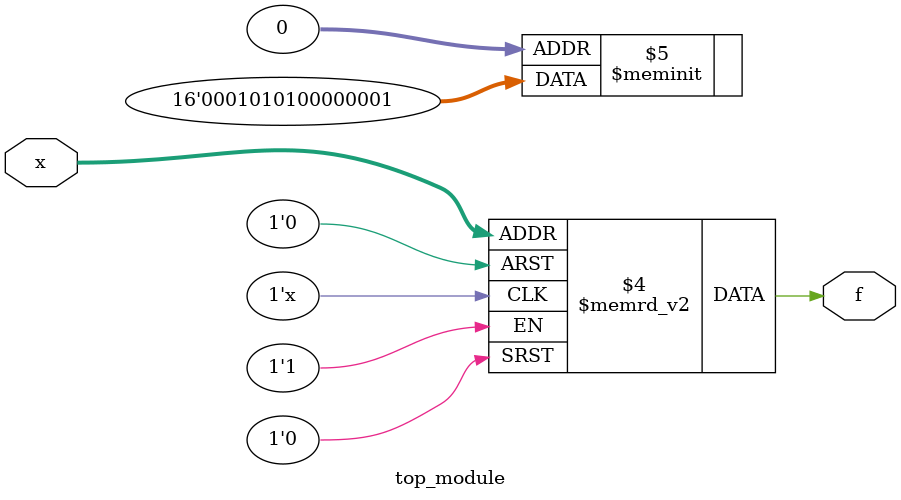
<source format=sv>
module top_module (
    input [4:1] x,
    output logic f
);

always_comb begin
    case (x)
        4'b0000, 4'b1000, 4'b1100, 4'b1010: f = 1'b1;
        4'b0001, 4'b0010, 4'b0011, 4'b0100, 4'b0101, 4'b0110, 4'b0111, 4'b1001, 4'b1011, 4'b1101, 4'b1110, 4'b1111: f = 1'b0;
    endcase
end

endmodule

</source>
